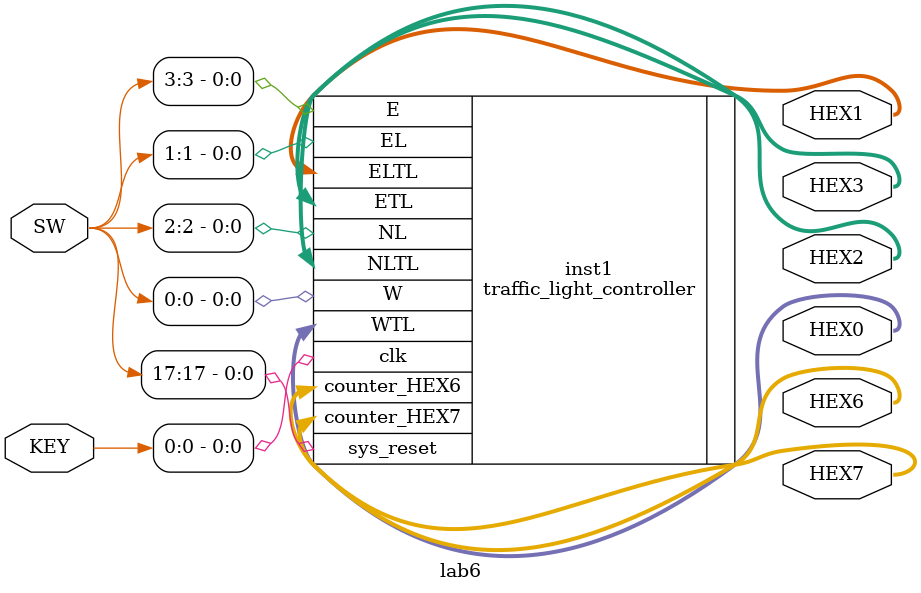
<source format=v>


module lab6(SW, HEX0,HEX1,HEX2, HEX3, HEX6, HEX7, KEY);

input [17:0] SW;
input [3:0] KEY;
output [6:0] HEX0;
output [6:0] HEX1;
output [6:0] HEX2;
output [6:0] HEX3;
output [6:0] HEX6;
output [6:0] HEX7;


traffic_light_controller inst1(.W(SW[0]), .EL(SW[1]), .NL(SW[2]), .E(SW[3]), .clk(KEY[0]), .WTL(HEX0[6:0]), .ELTL(HEX1[6:0]), .NLTL(HEX2[6:0]), .ETL(HEX3[6:0]), .counter_HEX6(HEX6[6:0]), .counter_HEX7(HEX7[6:0]), .sys_reset(SW[17]));


endmodule

</source>
